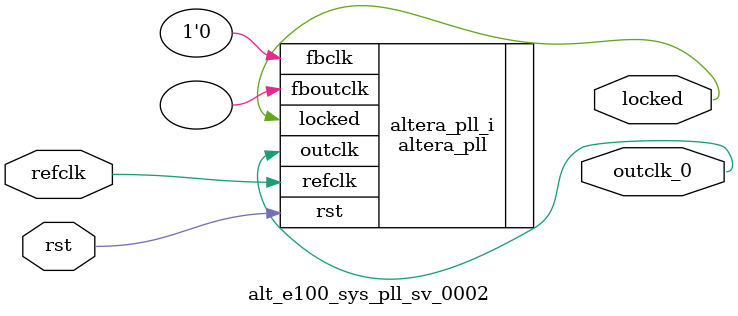
<source format=v>
`timescale 1ns/10ps
module  alt_e100_sys_pll_sv_0002(

	// interface 'refclk'
	input wire refclk,

	// interface 'reset'
	input wire rst,

	// interface 'outclk0'
	output wire outclk_0,

	// interface 'locked'
	output wire locked
);

	altera_pll #(
		.fractional_vco_multiplier("false"),
		.reference_clock_frequency("100.0 MHz"),
		.operation_mode("normal"),
		.number_of_clocks(1),
		.output_clock_frequency0("315.0 MHz"),
		.phase_shift0("0 ps"),
		.duty_cycle0(50),
		.output_clock_frequency1("0 MHz"),
		.phase_shift1("0 ps"),
		.duty_cycle1(50),
		.output_clock_frequency2("0 MHz"),
		.phase_shift2("0 ps"),
		.duty_cycle2(50),
		.output_clock_frequency3("0 MHz"),
		.phase_shift3("0 ps"),
		.duty_cycle3(50),
		.output_clock_frequency4("0 MHz"),
		.phase_shift4("0 ps"),
		.duty_cycle4(50),
		.output_clock_frequency5("0 MHz"),
		.phase_shift5("0 ps"),
		.duty_cycle5(50),
		.output_clock_frequency6("0 MHz"),
		.phase_shift6("0 ps"),
		.duty_cycle6(50),
		.output_clock_frequency7("0 MHz"),
		.phase_shift7("0 ps"),
		.duty_cycle7(50),
		.output_clock_frequency8("0 MHz"),
		.phase_shift8("0 ps"),
		.duty_cycle8(50),
		.output_clock_frequency9("0 MHz"),
		.phase_shift9("0 ps"),
		.duty_cycle9(50),
		.output_clock_frequency10("0 MHz"),
		.phase_shift10("0 ps"),
		.duty_cycle10(50),
		.output_clock_frequency11("0 MHz"),
		.phase_shift11("0 ps"),
		.duty_cycle11(50),
		.output_clock_frequency12("0 MHz"),
		.phase_shift12("0 ps"),
		.duty_cycle12(50),
		.output_clock_frequency13("0 MHz"),
		.phase_shift13("0 ps"),
		.duty_cycle13(50),
		.output_clock_frequency14("0 MHz"),
		.phase_shift14("0 ps"),
		.duty_cycle14(50),
		.output_clock_frequency15("0 MHz"),
		.phase_shift15("0 ps"),
		.duty_cycle15(50),
		.output_clock_frequency16("0 MHz"),
		.phase_shift16("0 ps"),
		.duty_cycle16(50),
		.output_clock_frequency17("0 MHz"),
		.phase_shift17("0 ps"),
		.duty_cycle17(50),
		.pll_type("General"),
		.pll_subtype("General")
	) altera_pll_i (
		.outclk	({outclk_0}),
		.locked	(locked),
		.fboutclk	( ),
		.fbclk	(1'b0),
		.rst	(rst),
		.refclk	(refclk)
	);
endmodule


</source>
